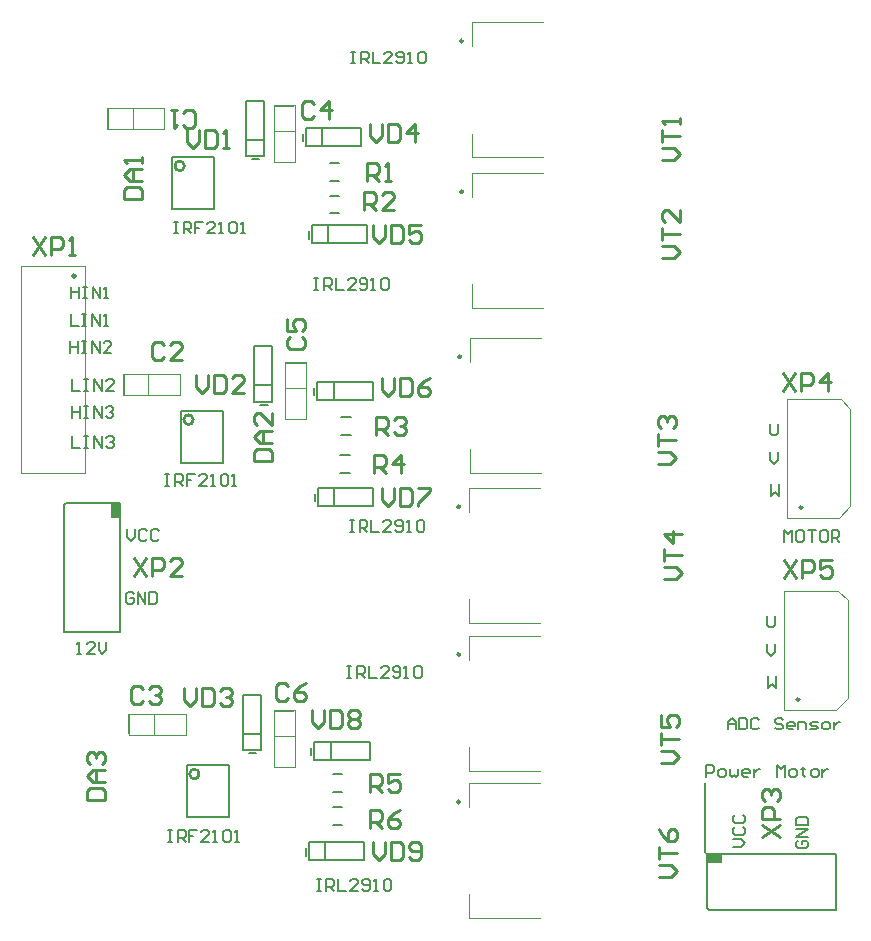
<source format=gto>
G04 Layer_Color=65535*
%FSLAX44Y44*%
%MOMM*%
G71*
G01*
G75*
%ADD28C,0.2540*%
%ADD29C,0.2000*%
%ADD30C,0.0500*%
%ADD31R,0.1270X1.7780*%
%ADD32R,1.2700X0.7620*%
%ADD33R,0.7620X1.2700*%
%ADD34R,1.7780X0.1270*%
%ADD35R,0.2540X1.5240*%
%ADD36R,1.5240X0.2540*%
D28*
X65914Y567000D02*
G03*
X65914Y567000I-1414J0D01*
G01*
X681118Y371000D02*
G03*
X681118Y371000I-1118J0D01*
G01*
X165526Y445320D02*
G03*
X165526Y445320I-4016J0D01*
G01*
X170526Y145320D02*
G03*
X170526Y145320I-4016J0D01*
G01*
X158026Y660120D02*
G03*
X158026Y660120I-4016J0D01*
G01*
X393731Y765850D02*
G03*
X393731Y765850I-1031J0D01*
G01*
Y638350D02*
G03*
X393731Y638350I-1031J0D01*
G01*
X392031Y498750D02*
G03*
X392031Y498750I-1031J0D01*
G01*
X391231Y371650D02*
G03*
X391231Y371650I-1031J0D01*
G01*
Y246650D02*
G03*
X391231Y246650I-1031J0D01*
G01*
Y121650D02*
G03*
X391231Y121650I-1031J0D01*
G01*
X678618Y208500D02*
G03*
X678618Y208500I-1118J0D01*
G01*
X156843Y694804D02*
X159382Y692265D01*
X164461D01*
X167000Y694804D01*
Y704961D01*
X164461Y707500D01*
X159382D01*
X156843Y704961D01*
X151765Y707500D02*
X146687D01*
X149226D01*
Y692265D01*
X151765Y694804D01*
X141157Y508696D02*
X138617Y511235D01*
X133539D01*
X131000Y508696D01*
Y498539D01*
X133539Y496000D01*
X138617D01*
X141157Y498539D01*
X156392Y496000D02*
X146235D01*
X156392Y506157D01*
Y508696D01*
X153853Y511235D01*
X148774D01*
X146235Y508696D01*
X123369Y217026D02*
X120830Y219565D01*
X115751D01*
X113212Y217026D01*
Y206869D01*
X115751Y204330D01*
X120830D01*
X123369Y206869D01*
X128447Y217026D02*
X130986Y219565D01*
X136065D01*
X138604Y217026D01*
Y214487D01*
X136065Y211947D01*
X133525D01*
X136065D01*
X138604Y209408D01*
Y206869D01*
X136065Y204330D01*
X130986D01*
X128447Y206869D01*
X267657Y712696D02*
X265117Y715235D01*
X260039D01*
X257500Y712696D01*
Y702539D01*
X260039Y700000D01*
X265117D01*
X267657Y702539D01*
X280353Y700000D02*
Y715235D01*
X272735Y707618D01*
X282892D01*
X247304Y515157D02*
X244765Y512617D01*
Y507539D01*
X247304Y505000D01*
X257461D01*
X260000Y507539D01*
Y512617D01*
X257461Y515157D01*
X244765Y530392D02*
Y520235D01*
X252383D01*
X249843Y525313D01*
Y527853D01*
X252383Y530392D01*
X257461D01*
X260000Y527853D01*
Y522774D01*
X257461Y520235D01*
X246009Y219580D02*
X243470Y222119D01*
X238391D01*
X235852Y219580D01*
Y209423D01*
X238391Y206884D01*
X243470D01*
X246009Y209423D01*
X261244Y222119D02*
X256165Y219580D01*
X251087Y214501D01*
Y209423D01*
X253626Y206884D01*
X258705D01*
X261244Y209423D01*
Y211962D01*
X258705Y214501D01*
X251087D01*
X107265Y632500D02*
X122500D01*
Y640117D01*
X119961Y642657D01*
X109804D01*
X107265Y640117D01*
Y632500D01*
X122500Y647735D02*
X112343D01*
X107265Y652813D01*
X112343Y657892D01*
X122500D01*
X114882D01*
Y647735D01*
X122500Y662970D02*
Y668048D01*
Y665509D01*
X107265D01*
X109804Y662970D01*
X216765Y410000D02*
X232000D01*
Y417617D01*
X229461Y420157D01*
X219304D01*
X216765Y417617D01*
Y410000D01*
X232000Y425235D02*
X221843D01*
X216765Y430313D01*
X221843Y435392D01*
X232000D01*
X224382D01*
Y425235D01*
X232000Y450627D02*
Y440470D01*
X221843Y450627D01*
X219304D01*
X216765Y448088D01*
Y443009D01*
X219304Y440470D01*
X75765Y123000D02*
X91000D01*
Y130618D01*
X88461Y133157D01*
X78304D01*
X75765Y130618D01*
Y123000D01*
X91000Y138235D02*
X80843D01*
X75765Y143313D01*
X80843Y148392D01*
X91000D01*
X83383D01*
Y138235D01*
X78304Y153470D02*
X75765Y156009D01*
Y161088D01*
X78304Y163627D01*
X80843D01*
X83383Y161088D01*
Y158548D01*
Y161088D01*
X85922Y163627D01*
X88461D01*
X91000Y161088D01*
Y156009D01*
X88461Y153470D01*
X312500Y647500D02*
Y662735D01*
X320117D01*
X322657Y660196D01*
Y655117D01*
X320117Y652578D01*
X312500D01*
X317578D02*
X322657Y647500D01*
X327735D02*
X332813D01*
X330274D01*
Y662735D01*
X327735Y660196D01*
X310000Y622500D02*
Y637735D01*
X317618D01*
X320157Y635196D01*
Y630117D01*
X317618Y627578D01*
X310000D01*
X315078D02*
X320157Y622500D01*
X335392D02*
X325235D01*
X335392Y632657D01*
Y635196D01*
X332853Y637735D01*
X327774D01*
X325235Y635196D01*
X320000Y432500D02*
Y447735D01*
X327617D01*
X330157Y445196D01*
Y440117D01*
X327617Y437578D01*
X320000D01*
X325078D02*
X330157Y432500D01*
X335235Y445196D02*
X337774Y447735D01*
X342853D01*
X345392Y445196D01*
Y442657D01*
X342853Y440117D01*
X340313D01*
X342853D01*
X345392Y437578D01*
Y435039D01*
X342853Y432500D01*
X337774D01*
X335235Y435039D01*
X319000Y400000D02*
Y415235D01*
X326618D01*
X329157Y412696D01*
Y407617D01*
X326618Y405078D01*
X319000D01*
X324078D02*
X329157Y400000D01*
X341853D02*
Y415235D01*
X334235Y407617D01*
X344392D01*
X315000Y130000D02*
Y145235D01*
X322617D01*
X325157Y142696D01*
Y137618D01*
X322617Y135078D01*
X315000D01*
X320078D02*
X325157Y130000D01*
X340392Y145235D02*
X330235D01*
Y137618D01*
X335313Y140157D01*
X337853D01*
X340392Y137618D01*
Y132539D01*
X337853Y130000D01*
X332774D01*
X330235Y132539D01*
X315000Y100000D02*
Y115235D01*
X322617D01*
X325157Y112696D01*
Y107618D01*
X322617Y105078D01*
X315000D01*
X320078D02*
X325157Y100000D01*
X340392Y115235D02*
X335313Y112696D01*
X330235Y107618D01*
Y102539D01*
X332774Y100000D01*
X337853D01*
X340392Y102539D01*
Y105078D01*
X337853Y107618D01*
X330235D01*
X160000Y690235D02*
Y680078D01*
X165078Y675000D01*
X170157Y680078D01*
Y690235D01*
X175235D02*
Y675000D01*
X182853D01*
X185392Y677539D01*
Y687696D01*
X182853Y690235D01*
X175235D01*
X190470Y675000D02*
X195548D01*
X193009D01*
Y690235D01*
X190470Y687696D01*
X167500Y482735D02*
Y472578D01*
X172578Y467500D01*
X177657Y472578D01*
Y482735D01*
X182735D02*
Y467500D01*
X190353D01*
X192892Y470039D01*
Y480196D01*
X190353Y482735D01*
X182735D01*
X208127Y467500D02*
X197970D01*
X208127Y477657D01*
Y480196D01*
X205588Y482735D01*
X200509D01*
X197970Y480196D01*
X157500Y217735D02*
Y207578D01*
X162578Y202500D01*
X167657Y207578D01*
Y217735D01*
X172735D02*
Y202500D01*
X180353D01*
X182892Y205039D01*
Y215196D01*
X180353Y217735D01*
X172735D01*
X187970Y215196D02*
X190509Y217735D01*
X195588D01*
X198127Y215196D01*
Y212657D01*
X195588Y210117D01*
X193048D01*
X195588D01*
X198127Y207578D01*
Y205039D01*
X195588Y202500D01*
X190509D01*
X187970Y205039D01*
X315160Y695235D02*
Y685078D01*
X320238Y680000D01*
X325317Y685078D01*
Y695235D01*
X330395D02*
Y680000D01*
X338013D01*
X340552Y682539D01*
Y692696D01*
X338013Y695235D01*
X330395D01*
X353248Y680000D02*
Y695235D01*
X345630Y687617D01*
X355787D01*
X317660Y610235D02*
Y600078D01*
X322738Y595000D01*
X327817Y600078D01*
Y610235D01*
X332895D02*
Y595000D01*
X340513D01*
X343052Y597539D01*
Y607696D01*
X340513Y610235D01*
X332895D01*
X358287D02*
X348130D01*
Y602617D01*
X353209Y605157D01*
X355748D01*
X358287Y602617D01*
Y597539D01*
X355748Y595000D01*
X350669D01*
X348130Y597539D01*
X325000Y480235D02*
Y470078D01*
X330078Y465000D01*
X335157Y470078D01*
Y480235D01*
X340235D02*
Y465000D01*
X347853D01*
X350392Y467539D01*
Y477696D01*
X347853Y480235D01*
X340235D01*
X365627D02*
X360549Y477696D01*
X355470Y472617D01*
Y467539D01*
X358009Y465000D01*
X363088D01*
X365627Y467539D01*
Y470078D01*
X363088Y472617D01*
X355470D01*
X325160Y387735D02*
Y377578D01*
X330238Y372500D01*
X335317Y377578D01*
Y387735D01*
X340395D02*
Y372500D01*
X348013D01*
X350552Y375039D01*
Y385196D01*
X348013Y387735D01*
X340395D01*
X355630D02*
X365787D01*
Y385196D01*
X355630Y375039D01*
Y372500D01*
X265986Y199111D02*
Y188954D01*
X271064Y183876D01*
X276143Y188954D01*
Y199111D01*
X281221D02*
Y183876D01*
X288839D01*
X291378Y186415D01*
Y196572D01*
X288839Y199111D01*
X281221D01*
X296456Y196572D02*
X298995Y199111D01*
X304074D01*
X306613Y196572D01*
Y194033D01*
X304074Y191493D01*
X306613Y188954D01*
Y186415D01*
X304074Y183876D01*
X298995D01*
X296456Y186415D01*
Y188954D01*
X298995Y191493D01*
X296456Y194033D01*
Y196572D01*
X298995Y191493D02*
X304074D01*
X317500Y87735D02*
Y77578D01*
X322578Y72500D01*
X327657Y77578D01*
Y87735D01*
X332735D02*
Y72500D01*
X340353D01*
X342892Y75039D01*
Y85196D01*
X340353Y87735D01*
X332735D01*
X347970Y75039D02*
X350509Y72500D01*
X355588D01*
X358127Y75039D01*
Y85196D01*
X355588Y87735D01*
X350509D01*
X347970Y85196D01*
Y82657D01*
X350509Y80118D01*
X358127D01*
X562765Y665000D02*
X572922D01*
X578000Y670078D01*
X572922Y675157D01*
X562765D01*
Y680235D02*
Y690392D01*
Y685313D01*
X578000D01*
Y695470D02*
Y700548D01*
Y698009D01*
X562765D01*
X565304Y695470D01*
X562265Y582500D02*
X572422D01*
X577500Y587578D01*
X572422Y592657D01*
X562265D01*
Y597735D02*
Y607892D01*
Y602813D01*
X577500D01*
Y623127D02*
Y612970D01*
X567343Y623127D01*
X564804D01*
X562265Y620588D01*
Y615509D01*
X564804Y612970D01*
X558765Y408000D02*
X568922D01*
X574000Y413078D01*
X568922Y418157D01*
X558765D01*
Y423235D02*
Y433392D01*
Y428313D01*
X574000D01*
X561304Y438470D02*
X558765Y441009D01*
Y446088D01*
X561304Y448627D01*
X563843D01*
X566382Y446088D01*
Y443549D01*
Y446088D01*
X568922Y448627D01*
X571461D01*
X574000Y446088D01*
Y441009D01*
X571461Y438470D01*
X563965Y310400D02*
X574122D01*
X579200Y315478D01*
X574122Y320557D01*
X563965D01*
Y325635D02*
Y335792D01*
Y330713D01*
X579200D01*
Y348488D02*
X563965D01*
X571582Y340870D01*
Y351027D01*
X561765Y155000D02*
X571922D01*
X577000Y160078D01*
X571922Y165157D01*
X561765D01*
Y170235D02*
Y180392D01*
Y175313D01*
X577000D01*
X561765Y195627D02*
Y185470D01*
X569383D01*
X566843Y190548D01*
Y193088D01*
X569383Y195627D01*
X574461D01*
X577000Y193088D01*
Y188009D01*
X574461Y185470D01*
X559765Y58300D02*
X569922D01*
X575000Y63378D01*
X569922Y68457D01*
X559765D01*
Y73535D02*
Y83692D01*
Y78613D01*
X575000D01*
X559765Y98927D02*
X562304Y93848D01*
X567382Y88770D01*
X572461D01*
X575000Y91309D01*
Y96388D01*
X572461Y98927D01*
X569922D01*
X567382Y96388D01*
Y88770D01*
X115500Y328235D02*
X125657Y313000D01*
Y328235D02*
X115500Y313000D01*
X130735D02*
Y328235D01*
X138353D01*
X140892Y325696D01*
Y320617D01*
X138353Y318078D01*
X130735D01*
X156127Y313000D02*
X145970D01*
X156127Y323157D01*
Y325696D01*
X153588Y328235D01*
X148509D01*
X145970Y325696D01*
X647265Y91940D02*
X662500Y102096D01*
X647265D02*
X662500Y91940D01*
Y107175D02*
X647265D01*
Y114792D01*
X649804Y117331D01*
X654883D01*
X657422Y114792D01*
Y107175D01*
X649804Y122410D02*
X647265Y124949D01*
Y130027D01*
X649804Y132566D01*
X652343D01*
X654883Y130027D01*
Y127488D01*
Y130027D01*
X657422Y132566D01*
X659961D01*
X662500Y130027D01*
Y124949D01*
X659961Y122410D01*
X665000Y485235D02*
X675157Y470000D01*
Y485235D02*
X665000Y470000D01*
X680235D02*
Y485235D01*
X687853D01*
X690392Y482696D01*
Y477617D01*
X687853Y475078D01*
X680235D01*
X703088Y470000D02*
Y485235D01*
X695470Y477617D01*
X705627D01*
X666000Y326235D02*
X676157Y311000D01*
Y326235D02*
X666000Y311000D01*
X681235D02*
Y326235D01*
X688853D01*
X691392Y323696D01*
Y318617D01*
X688853Y316078D01*
X681235D01*
X706627Y326235D02*
X696470D01*
Y318617D01*
X701548Y321157D01*
X704088D01*
X706627Y318617D01*
Y313539D01*
X704088Y311000D01*
X699009D01*
X696470Y313539D01*
X30000Y600235D02*
X40157Y585000D01*
Y600235D02*
X30000Y585000D01*
X45235D02*
Y600235D01*
X52853D01*
X55392Y597696D01*
Y592617D01*
X52853Y590078D01*
X45235D01*
X60470Y585000D02*
X65549D01*
X63009D01*
Y600235D01*
X60470Y597696D01*
D29*
X599000Y79010D02*
G03*
X600750Y77260I1750J0D01*
G01*
Y31540D02*
Y77260D01*
Y31540D02*
X602020Y30270D01*
X709970D01*
Y77260D01*
X600750D02*
X709970D01*
X57600Y374750D02*
X103320D01*
X56330Y373480D02*
X57600Y374750D01*
X56330Y265530D02*
Y373480D01*
Y265530D02*
X103320D01*
Y374750D01*
X315120Y157380D02*
Y172620D01*
X268130Y157380D02*
X315120Y157380D01*
X268130Y157380D02*
Y172620D01*
X315120Y172620D01*
X265590Y161190D02*
Y167540D01*
X155160Y452940D02*
X190720D01*
Y408490D02*
Y452940D01*
X170400Y408490D02*
X190720D01*
X155160D02*
X175480D01*
X155160D02*
Y452940D01*
X160160Y152940D02*
X195720D01*
Y108490D02*
Y152940D01*
X175400Y108490D02*
X195720D01*
X160160D02*
X180480D01*
X160160D02*
Y152940D01*
X147660Y667740D02*
X183220D01*
Y623290D02*
Y667740D01*
X162900Y623290D02*
X183220D01*
X147660D02*
X167980D01*
X147660D02*
Y667740D01*
X209880Y715120D02*
X225120D01*
X225120Y668130D01*
X209880D02*
X225120D01*
X209880D02*
X209880Y715120D01*
X214960Y665590D02*
X221310D01*
X307780Y677380D02*
Y692620D01*
X260790Y677380D02*
X307780Y677380D01*
X260790Y677380D02*
Y692620D01*
X307780Y692620D01*
X258250Y681190D02*
Y687540D01*
X281000Y647500D02*
X289000D01*
X281000Y662500D02*
X289000D01*
X281000Y620000D02*
X289000D01*
X281000Y635000D02*
X289000D01*
X312780Y594880D02*
Y610120D01*
X265790Y594880D02*
X312780Y594880D01*
X265790Y594880D02*
Y610120D01*
X312780Y610120D01*
X263250Y598690D02*
Y605040D01*
X217380Y507620D02*
X232620D01*
X232620Y460630D01*
X217380D02*
X232620D01*
X217380D02*
X217380Y507620D01*
X222460Y458090D02*
X228810D01*
X317620Y462380D02*
Y477620D01*
X270630Y462380D02*
X317620Y462380D01*
X270630Y462380D02*
Y477620D01*
X317620Y477620D01*
X268090Y466190D02*
Y472540D01*
X290000Y400000D02*
X298000D01*
X290000Y415000D02*
X298000D01*
X291000Y432500D02*
X299000D01*
X291000Y447500D02*
X299000D01*
X317780Y372380D02*
Y387620D01*
X270790Y372380D02*
X317780Y372380D01*
X270790Y372380D02*
Y387620D01*
X317780Y387620D01*
X268250Y376190D02*
Y382540D01*
X207380Y212620D02*
X222620D01*
X222620Y165630D01*
X207380D02*
X222620D01*
X207380D02*
X207380Y212620D01*
X212460Y163090D02*
X218810D01*
X283500Y130000D02*
X291500D01*
X283500Y145000D02*
X291500D01*
X283500Y102500D02*
X291500D01*
X283500Y117500D02*
X291500D01*
X310120Y72380D02*
Y87620D01*
X263130Y72380D02*
X310120Y72380D01*
X263130Y72380D02*
Y87620D01*
X310120Y87620D01*
X260590Y76190D02*
Y82540D01*
X599000Y79010D02*
Y138000D01*
X62000Y557997D02*
Y548000D01*
Y552998D01*
X68664D01*
Y557997D01*
Y548000D01*
X71997Y557997D02*
X75329D01*
X73663D01*
Y548000D01*
X71997D01*
X75329D01*
X80327D02*
Y557997D01*
X86992Y548000D01*
Y557997D01*
X90324Y548000D02*
X93657D01*
X91990D01*
Y557997D01*
X90324Y556331D01*
X61750Y534497D02*
Y524500D01*
X68415D01*
X71747Y534497D02*
X75079D01*
X73413D01*
Y524500D01*
X71747D01*
X75079D01*
X80077D02*
Y534497D01*
X86742Y524500D01*
Y534497D01*
X90074Y524500D02*
X93406D01*
X91740D01*
Y534497D01*
X90074Y532831D01*
X61250Y511997D02*
Y502000D01*
Y506998D01*
X67915D01*
Y511997D01*
Y502000D01*
X71247Y511997D02*
X74579D01*
X72913D01*
Y502000D01*
X71247D01*
X74579D01*
X79577D02*
Y511997D01*
X86242Y502000D01*
Y511997D01*
X96239Y502000D02*
X89574D01*
X96239Y508665D01*
Y510331D01*
X94573Y511997D01*
X91240D01*
X89574Y510331D01*
X63250Y479747D02*
Y469750D01*
X69914D01*
X73247Y479747D02*
X76579D01*
X74913D01*
Y469750D01*
X73247D01*
X76579D01*
X81577D02*
Y479747D01*
X88242Y469750D01*
Y479747D01*
X98239Y469750D02*
X91574D01*
X98239Y476414D01*
Y478081D01*
X96573Y479747D01*
X93240D01*
X91574Y478081D01*
X63000Y456747D02*
Y446750D01*
Y451748D01*
X69665D01*
Y456747D01*
Y446750D01*
X72997Y456747D02*
X76329D01*
X74663D01*
Y446750D01*
X72997D01*
X76329D01*
X81327D02*
Y456747D01*
X87992Y446750D01*
Y456747D01*
X91324Y455081D02*
X92990Y456747D01*
X96323D01*
X97989Y455081D01*
Y453414D01*
X96323Y451748D01*
X94656D01*
X96323D01*
X97989Y450082D01*
Y448416D01*
X96323Y446750D01*
X92990D01*
X91324Y448416D01*
X63250Y431497D02*
Y421500D01*
X69914D01*
X73247Y431497D02*
X76579D01*
X74913D01*
Y421500D01*
X73247D01*
X76579D01*
X81577D02*
Y431497D01*
X88242Y421500D01*
Y431497D01*
X91574Y429831D02*
X93240Y431497D01*
X96573D01*
X98239Y429831D01*
Y428164D01*
X96573Y426498D01*
X94906D01*
X96573D01*
X98239Y424832D01*
Y423166D01*
X96573Y421500D01*
X93240D01*
X91574Y423166D01*
X67000Y247000D02*
X70332D01*
X68666D01*
Y256997D01*
X67000Y255331D01*
X81995Y247000D02*
X75331D01*
X81995Y253664D01*
Y255331D01*
X80329Y256997D01*
X76997D01*
X75331Y255331D01*
X85327Y256997D02*
Y250332D01*
X88660Y247000D01*
X91992Y250332D01*
Y256997D01*
X622503Y83610D02*
X629168D01*
X632500Y86942D01*
X629168Y90274D01*
X622503D01*
X624169Y100271D02*
X622503Y98605D01*
Y95273D01*
X624169Y93607D01*
X630834D01*
X632500Y95273D01*
Y98605D01*
X630834Y100271D01*
X624169Y110268D02*
X622503Y108602D01*
Y105269D01*
X624169Y103603D01*
X630834D01*
X632500Y105269D01*
Y108602D01*
X630834Y110268D01*
X677509Y89004D02*
X675843Y87338D01*
Y84006D01*
X677509Y82340D01*
X684174D01*
X685840Y84006D01*
Y87338D01*
X684174Y89004D01*
X680842D01*
Y85672D01*
X685840Y92337D02*
X675843D01*
X685840Y99001D01*
X675843D01*
Y102333D02*
X685840D01*
Y107332D01*
X684174Y108998D01*
X677509D01*
X675843Y107332D01*
Y102333D01*
X109670Y352997D02*
Y346332D01*
X113002Y343000D01*
X116334Y346332D01*
Y352997D01*
X126331Y351331D02*
X124665Y352997D01*
X121333D01*
X119667Y351331D01*
Y344666D01*
X121333Y343000D01*
X124665D01*
X126331Y344666D01*
X136328Y351331D02*
X134662Y352997D01*
X131330D01*
X129664Y351331D01*
Y344666D01*
X131330Y343000D01*
X134662D01*
X136328Y344666D01*
X115064Y297991D02*
X113398Y299657D01*
X110066D01*
X108400Y297991D01*
Y291326D01*
X110066Y289660D01*
X113398D01*
X115064Y291326D01*
Y294658D01*
X111732D01*
X118397Y289660D02*
Y299657D01*
X125061Y289660D01*
Y299657D01*
X128394D02*
Y289660D01*
X133392D01*
X135058Y291326D01*
Y297991D01*
X133392Y299657D01*
X128394D01*
X666000Y342000D02*
Y351997D01*
X669332Y348665D01*
X672664Y351997D01*
Y342000D01*
X680995Y351997D02*
X677663D01*
X675997Y350331D01*
Y343666D01*
X677663Y342000D01*
X680995D01*
X682661Y343666D01*
Y350331D01*
X680995Y351997D01*
X685993D02*
X692658D01*
X689326D01*
Y342000D01*
X700989Y351997D02*
X697656D01*
X695990Y350331D01*
Y343666D01*
X697656Y342000D01*
X700989D01*
X702655Y343666D01*
Y350331D01*
X700989Y351997D01*
X705987Y342000D02*
Y351997D01*
X710985D01*
X712652Y350331D01*
Y346998D01*
X710985Y345332D01*
X705987D01*
X709319D02*
X712652Y342000D01*
X654000Y441997D02*
Y433666D01*
X655666Y432000D01*
X658998D01*
X660665Y433666D01*
Y441997D01*
X654000Y417997D02*
Y411332D01*
X657332Y408000D01*
X660665Y411332D01*
Y417997D01*
X655000Y390997D02*
Y381000D01*
X658332Y384332D01*
X661665Y381000D01*
Y390997D01*
X652500Y228497D02*
Y218500D01*
X655832Y221832D01*
X659165Y218500D01*
Y228497D01*
X651500Y255497D02*
Y248832D01*
X654832Y245500D01*
X658165Y248832D01*
Y255497D01*
X651500Y279497D02*
Y271166D01*
X653166Y269500D01*
X656498D01*
X658165Y271166D01*
Y279497D01*
X618000Y183000D02*
Y189664D01*
X621332Y192997D01*
X624664Y189664D01*
Y183000D01*
Y187998D01*
X618000D01*
X627997Y192997D02*
Y183000D01*
X632995D01*
X634661Y184666D01*
Y191331D01*
X632995Y192997D01*
X627997D01*
X644658Y191331D02*
X642992Y192997D01*
X639660D01*
X637994Y191331D01*
Y184666D01*
X639660Y183000D01*
X642992D01*
X644658Y184666D01*
X664652Y191331D02*
X662986Y192997D01*
X659653D01*
X657987Y191331D01*
Y189664D01*
X659653Y187998D01*
X662986D01*
X664652Y186332D01*
Y184666D01*
X662986Y183000D01*
X659653D01*
X657987Y184666D01*
X672982Y183000D02*
X669650D01*
X667984Y184666D01*
Y187998D01*
X669650Y189664D01*
X672982D01*
X674648Y187998D01*
Y186332D01*
X667984D01*
X677981Y183000D02*
Y189664D01*
X682979D01*
X684645Y187998D01*
Y183000D01*
X687978D02*
X692976D01*
X694642Y184666D01*
X692976Y186332D01*
X689644D01*
X687978Y187998D01*
X689644Y189664D01*
X694642D01*
X699640Y183000D02*
X702973D01*
X704639Y184666D01*
Y187998D01*
X702973Y189664D01*
X699640D01*
X697974Y187998D01*
Y184666D01*
X699640Y183000D01*
X707971Y189664D02*
Y183000D01*
Y186332D01*
X709637Y187998D01*
X711303Y189664D01*
X712969D01*
X149000Y612997D02*
X152332D01*
X150666D01*
Y603000D01*
X149000D01*
X152332D01*
X157331D02*
Y612997D01*
X162329D01*
X163995Y611331D01*
Y607998D01*
X162329Y606332D01*
X157331D01*
X160663D02*
X163995Y603000D01*
X173992Y612997D02*
X167327D01*
Y607998D01*
X170660D01*
X167327D01*
Y603000D01*
X183989D02*
X177324D01*
X183989Y609664D01*
Y611331D01*
X182323Y612997D01*
X178990D01*
X177324Y611331D01*
X187321Y603000D02*
X190653D01*
X188987D01*
Y612997D01*
X187321Y611331D01*
X195652D02*
X197318Y612997D01*
X200650D01*
X202316Y611331D01*
Y604666D01*
X200650Y603000D01*
X197318D01*
X195652Y604666D01*
Y611331D01*
X205648Y603000D02*
X208981D01*
X207314D01*
Y612997D01*
X205648Y611331D01*
X142000Y398997D02*
X145332D01*
X143666D01*
Y389000D01*
X142000D01*
X145332D01*
X150331D02*
Y398997D01*
X155329D01*
X156995Y397331D01*
Y393998D01*
X155329Y392332D01*
X150331D01*
X153663D02*
X156995Y389000D01*
X166992Y398997D02*
X160327D01*
Y393998D01*
X163660D01*
X160327D01*
Y389000D01*
X176989D02*
X170324D01*
X176989Y395664D01*
Y397331D01*
X175323Y398997D01*
X171990D01*
X170324Y397331D01*
X180321Y389000D02*
X183653D01*
X181987D01*
Y398997D01*
X180321Y397331D01*
X188652D02*
X190318Y398997D01*
X193650D01*
X195316Y397331D01*
Y390666D01*
X193650Y389000D01*
X190318D01*
X188652Y390666D01*
Y397331D01*
X198648Y389000D02*
X201981D01*
X200315D01*
Y398997D01*
X198648Y397331D01*
X144000Y97997D02*
X147332D01*
X145666D01*
Y88000D01*
X144000D01*
X147332D01*
X152331D02*
Y97997D01*
X157329D01*
X158995Y96331D01*
Y92998D01*
X157329Y91332D01*
X152331D01*
X155663D02*
X158995Y88000D01*
X168992Y97997D02*
X162327D01*
Y92998D01*
X165660D01*
X162327D01*
Y88000D01*
X178989D02*
X172324D01*
X178989Y94664D01*
Y96331D01*
X177323Y97997D01*
X173990D01*
X172324Y96331D01*
X182321Y88000D02*
X185653D01*
X183987D01*
Y97997D01*
X182321Y96331D01*
X190652D02*
X192318Y97997D01*
X195650D01*
X197316Y96331D01*
Y89666D01*
X195650Y88000D01*
X192318D01*
X190652Y89666D01*
Y96331D01*
X200648Y88000D02*
X203981D01*
X202314D01*
Y97997D01*
X200648Y96331D01*
X299000Y756997D02*
X302332D01*
X300666D01*
Y747000D01*
X299000D01*
X302332D01*
X307331D02*
Y756997D01*
X312329D01*
X313995Y755331D01*
Y751998D01*
X312329Y750332D01*
X307331D01*
X310663D02*
X313995Y747000D01*
X317327Y756997D02*
Y747000D01*
X323992D01*
X333989D02*
X327324D01*
X333989Y753664D01*
Y755331D01*
X332323Y756997D01*
X328990D01*
X327324Y755331D01*
X337321Y748666D02*
X338987Y747000D01*
X342319D01*
X343985Y748666D01*
Y755331D01*
X342319Y756997D01*
X338987D01*
X337321Y755331D01*
Y753664D01*
X338987Y751998D01*
X343985D01*
X347318Y747000D02*
X350650D01*
X348984D01*
Y756997D01*
X347318Y755331D01*
X355648D02*
X357315Y756997D01*
X360647D01*
X362313Y755331D01*
Y748666D01*
X360647Y747000D01*
X357315D01*
X355648Y748666D01*
Y755331D01*
X268000Y564997D02*
X271332D01*
X269666D01*
Y555000D01*
X268000D01*
X271332D01*
X276331D02*
Y564997D01*
X281329D01*
X282995Y563331D01*
Y559998D01*
X281329Y558332D01*
X276331D01*
X279663D02*
X282995Y555000D01*
X286327Y564997D02*
Y555000D01*
X292992D01*
X302989D02*
X296324D01*
X302989Y561665D01*
Y563331D01*
X301323Y564997D01*
X297990D01*
X296324Y563331D01*
X306321Y556666D02*
X307987Y555000D01*
X311319D01*
X312985Y556666D01*
Y563331D01*
X311319Y564997D01*
X307987D01*
X306321Y563331D01*
Y561665D01*
X307987Y559998D01*
X312985D01*
X316318Y555000D02*
X319650D01*
X317984D01*
Y564997D01*
X316318Y563331D01*
X324648D02*
X326315Y564997D01*
X329647D01*
X331313Y563331D01*
Y556666D01*
X329647Y555000D01*
X326315D01*
X324648Y556666D01*
Y563331D01*
X298000Y359997D02*
X301332D01*
X299666D01*
Y350000D01*
X298000D01*
X301332D01*
X306331D02*
Y359997D01*
X311329D01*
X312995Y358331D01*
Y354998D01*
X311329Y353332D01*
X306331D01*
X309663D02*
X312995Y350000D01*
X316327Y359997D02*
Y350000D01*
X322992D01*
X332989D02*
X326324D01*
X332989Y356665D01*
Y358331D01*
X331323Y359997D01*
X327990D01*
X326324Y358331D01*
X336321Y351666D02*
X337987Y350000D01*
X341319D01*
X342985Y351666D01*
Y358331D01*
X341319Y359997D01*
X337987D01*
X336321Y358331D01*
Y356665D01*
X337987Y354998D01*
X342985D01*
X346318Y350000D02*
X349650D01*
X347984D01*
Y359997D01*
X346318Y358331D01*
X354648D02*
X356315Y359997D01*
X359647D01*
X361313Y358331D01*
Y351666D01*
X359647Y350000D01*
X356315D01*
X354648Y351666D01*
Y358331D01*
X296000Y236997D02*
X299332D01*
X297666D01*
Y227000D01*
X296000D01*
X299332D01*
X304331D02*
Y236997D01*
X309329D01*
X310995Y235331D01*
Y231998D01*
X309329Y230332D01*
X304331D01*
X307663D02*
X310995Y227000D01*
X314327Y236997D02*
Y227000D01*
X320992D01*
X330989D02*
X324324D01*
X330989Y233664D01*
Y235331D01*
X329323Y236997D01*
X325990D01*
X324324Y235331D01*
X334321Y228666D02*
X335987Y227000D01*
X339319D01*
X340985Y228666D01*
Y235331D01*
X339319Y236997D01*
X335987D01*
X334321Y235331D01*
Y233664D01*
X335987Y231998D01*
X340985D01*
X344318Y227000D02*
X347650D01*
X345984D01*
Y236997D01*
X344318Y235331D01*
X352648D02*
X354315Y236997D01*
X357647D01*
X359313Y235331D01*
Y228666D01*
X357647Y227000D01*
X354315D01*
X352648Y228666D01*
Y235331D01*
X270000Y55997D02*
X273332D01*
X271666D01*
Y46000D01*
X270000D01*
X273332D01*
X278331D02*
Y55997D01*
X283329D01*
X284995Y54331D01*
Y50998D01*
X283329Y49332D01*
X278331D01*
X281663D02*
X284995Y46000D01*
X288327Y55997D02*
Y46000D01*
X294992D01*
X304989D02*
X298324D01*
X304989Y52664D01*
Y54331D01*
X303323Y55997D01*
X299990D01*
X298324Y54331D01*
X308321Y47666D02*
X309987Y46000D01*
X313319D01*
X314986Y47666D01*
Y54331D01*
X313319Y55997D01*
X309987D01*
X308321Y54331D01*
Y52664D01*
X309987Y50998D01*
X314986D01*
X318318Y46000D02*
X321650D01*
X319984D01*
Y55997D01*
X318318Y54331D01*
X326648D02*
X328315Y55997D01*
X331647D01*
X333313Y54331D01*
Y47666D01*
X331647Y46000D01*
X328315D01*
X326648Y47666D01*
Y54331D01*
X600000Y143000D02*
Y152997D01*
X604998D01*
X606665Y151331D01*
Y147998D01*
X604998Y146332D01*
X600000D01*
X611663Y143000D02*
X614995D01*
X616661Y144666D01*
Y147998D01*
X614995Y149664D01*
X611663D01*
X609997Y147998D01*
Y144666D01*
X611663Y143000D01*
X619994Y149664D02*
Y144666D01*
X621660Y143000D01*
X623326Y144666D01*
X624992Y143000D01*
X626658Y144666D01*
Y149664D01*
X634989Y143000D02*
X631656D01*
X629990Y144666D01*
Y147998D01*
X631656Y149664D01*
X634989D01*
X636655Y147998D01*
Y146332D01*
X629990D01*
X639987Y149664D02*
Y143000D01*
Y146332D01*
X641653Y147998D01*
X643319Y149664D01*
X644986D01*
X659981Y143000D02*
Y152997D01*
X663313Y149664D01*
X666645Y152997D01*
Y143000D01*
X671644D02*
X674976D01*
X676642Y144666D01*
Y147998D01*
X674976Y149664D01*
X671644D01*
X669977Y147998D01*
Y144666D01*
X671644Y143000D01*
X681640Y151331D02*
Y149664D01*
X679974D01*
X683307D01*
X681640D01*
Y144666D01*
X683307Y143000D01*
X689971D02*
X693303D01*
X694969Y144666D01*
Y147998D01*
X693303Y149664D01*
X689971D01*
X688305Y147998D01*
Y144666D01*
X689971Y143000D01*
X698302Y149664D02*
Y143000D01*
Y146332D01*
X699968Y147998D01*
X701634Y149664D01*
X703300D01*
D30*
X105870Y466110D02*
Y483890D01*
X154130D01*
Y466110D02*
Y483890D01*
X105870Y466110D02*
X154130D01*
X127460D02*
Y483890D01*
X41000Y575000D02*
X73750D01*
Y400250D02*
Y575000D01*
X19750Y400250D02*
X73750D01*
X19750D02*
Y575000D01*
X41000D01*
X668500Y462750D02*
X714000D01*
X722000Y454750D01*
Y372000D02*
Y454750D01*
X712250Y362250D02*
X722000Y372000D01*
X668500Y362250D02*
X712250D01*
X668500D02*
Y462750D01*
X110870Y178610D02*
Y196390D01*
X159130D01*
Y178610D02*
Y196390D01*
X110870Y178610D02*
X159130D01*
X132460D02*
Y196390D01*
X233610Y199130D02*
X251390D01*
Y150870D02*
Y199130D01*
X233610Y150870D02*
X251390D01*
X233610D02*
Y199130D01*
Y177540D02*
X251390D01*
X92870Y691110D02*
Y708890D01*
X141130D01*
Y691110D02*
Y708890D01*
X92870Y691110D02*
X141130D01*
X114460D02*
Y708890D01*
X233610Y711630D02*
X251390D01*
Y663370D02*
Y711630D01*
X233610Y663370D02*
X251390D01*
X233610D02*
Y711630D01*
Y690040D02*
X251390D01*
X401200Y667350D02*
X461450Y667350D01*
X401200Y667350D02*
Y687600D01*
Y761350D02*
Y781600D01*
X461450Y781600D01*
X401200Y539850D02*
X461450Y539850D01*
X401200Y539850D02*
Y560100D01*
Y633850D02*
Y654100D01*
X461450Y654100D01*
X243610Y494130D02*
X261390D01*
Y445870D02*
Y494130D01*
X243610Y445870D02*
X261390D01*
X243610D02*
Y494130D01*
Y472540D02*
X261390D01*
X399500Y400250D02*
X459750Y400250D01*
X399500Y400250D02*
Y420500D01*
Y494250D02*
Y514500D01*
X459750Y514500D01*
X398700Y273150D02*
X458950Y273150D01*
X398700Y273150D02*
Y293400D01*
Y367150D02*
Y387400D01*
X458950Y387400D01*
X398700Y148150D02*
X458950Y148150D01*
X398700Y148150D02*
Y168400D01*
Y242150D02*
Y262400D01*
X458950Y262400D01*
X398700Y23150D02*
X458950Y23150D01*
X398700Y23150D02*
Y43400D01*
Y117150D02*
Y137400D01*
X458950Y137400D01*
X666000Y199750D02*
Y300250D01*
Y199750D02*
X709750D01*
X719500Y209500D01*
Y292250D01*
X711500Y300250D02*
X719500Y292250D01*
X666000Y300250D02*
X711500D01*
D31*
X106506Y475000D02*
D03*
X111506Y187500D02*
D03*
X93506Y700000D02*
D03*
D32*
X607100Y73450D02*
D03*
D33*
X99510Y368400D02*
D03*
D34*
X242500Y198495D02*
D03*
X242499Y710995D02*
D03*
X252500Y493494D02*
D03*
D35*
X282101Y165000D02*
D03*
X274760Y685000D02*
D03*
X279760Y602500D02*
D03*
X284601Y470000D02*
D03*
X284761Y380000D02*
D03*
X277101Y80000D02*
D03*
D36*
X217499Y682100D02*
D03*
X225000Y474599D02*
D03*
X215001Y179601D02*
D03*
M02*

</source>
